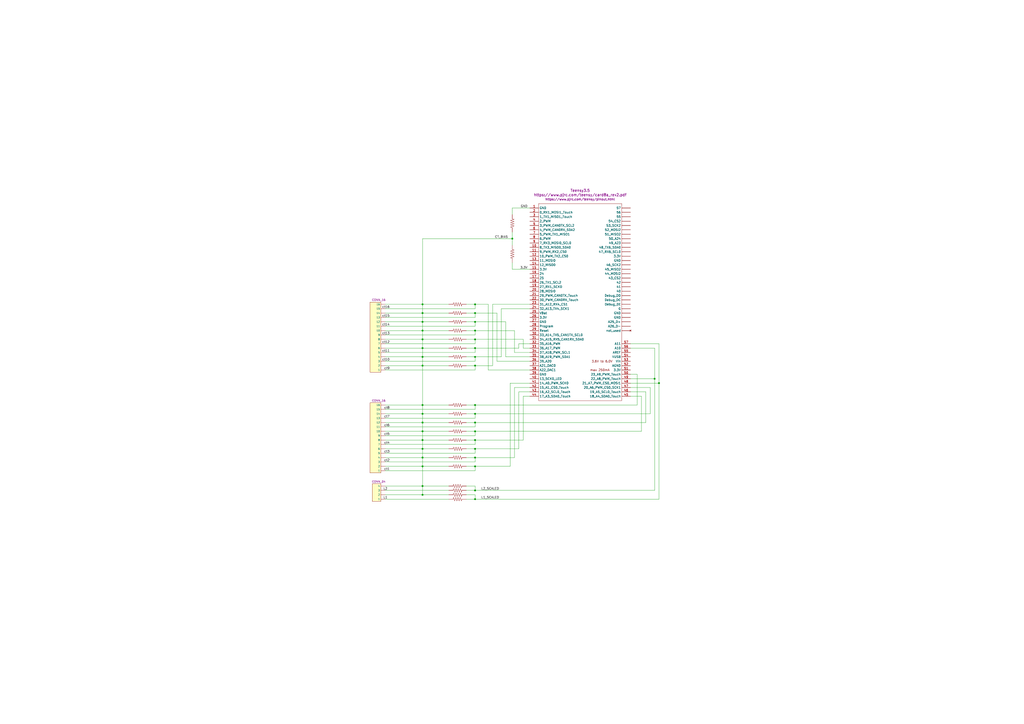
<source format=kicad_sch>
(kicad_sch (version 20200714) (host eeschema "(5.99.0-2302-g1dc804232)")
  (page 1 1)
  (paper "A2")
  (lib_symbols
    (symbol "SparkFun-Connectors:CONN_04" (pin_numbers hide)
      (property "Reference" "J" (at -5.08 10.16 0))
      (property "Value" "CONN_04" (at -5.08 -3.81 0))
      (property "Field4" "CONN-09696" (at 0 13.97 0))
      (symbol "CONN_04_0_1"
        (rectangle (start 0 -1.27) (end -5.08 8.89) (fill (type background)))
      )
      (symbol "CONN_04_1_1"
        (pin passive line (at 2.54 0 180) (length 2.54) (name "1") (number "1"))
        (pin passive line (at 2.54 2.54 180) (length 2.54) (name "2") (number "2"))
        (pin passive line (at 2.54 5.08 180) (length 2.54) (name "3") (number "3"))
        (pin passive line (at 2.54 7.62 180) (length 2.54) (name "4") (number "4"))
      )
    )
    (symbol "SparkFun-Connectors:CONN_16" (pin_numbers hide)
      (property "Reference" "J" (at -6.35 40.64 0))
      (property "Value" "CONN_16" (at -6.35 -3.81 0))
      (property "Field4" "XXX-00000" (at 0 44.45 0))
      (symbol "CONN_16_0_1"
        (rectangle (start 0 -1.27) (end -6.35 39.37) (fill (type background)))
      )
      (symbol "CONN_16_1_1"
        (pin passive line (at 2.54 0 180) (length 2.54) (name "1") (number "1"))
        (pin passive line (at 2.54 2.54 180) (length 2.54) (name "2") (number "2"))
        (pin passive line (at 2.54 5.08 180) (length 2.54) (name "3") (number "3"))
        (pin passive line (at 2.54 7.62 180) (length 2.54) (name "4") (number "4"))
        (pin passive line (at 2.54 10.16 180) (length 2.54) (name "5") (number "5"))
        (pin passive line (at 2.54 12.7 180) (length 2.54) (name "6") (number "6"))
        (pin passive line (at 2.54 15.24 180) (length 2.54) (name "7") (number "7"))
        (pin passive line (at 2.54 17.78 180) (length 2.54) (name "8") (number "8"))
        (pin passive line (at 2.54 20.32 180) (length 2.54) (name "9") (number "9"))
        (pin passive line (at 2.54 22.86 180) (length 2.54) (name "10") (number "10"))
        (pin passive line (at 2.54 25.4 180) (length 2.54) (name "11") (number "11"))
        (pin passive line (at 2.54 27.94 180) (length 2.54) (name "12") (number "12"))
        (pin passive line (at 2.54 30.48 180) (length 2.54) (name "13") (number "13"))
        (pin passive line (at 2.54 33.02 180) (length 2.54) (name "14") (number "14"))
        (pin passive line (at 2.54 35.56 180) (length 2.54) (name "15") (number "15"))
        (pin passive line (at 2.54 38.1 180) (length 2.54) (name "16") (number "16"))
      )
    )
    (symbol "SparkFun-Resistors:RESISTOR0805" (pin_numbers hide) (pin_names hide)
      (property "Reference" "R" (at -5.08 1.27 0))
      (property "Value" "RESISTOR0805" (at -5.08 -3.81 0))
      (property "Field4" " " (at 0 5.08 0))
      (symbol "RESISTOR0805_1_0"
        (polyline (pts (xy -2.54 0) (xy -2.159 1.016)))
        (polyline (pts (xy -2.159 1.016) (xy -1.524 -1.016)))
        (polyline (pts (xy -1.524 -1.016) (xy -0.889 1.016)))
        (polyline (pts (xy -0.889 1.016) (xy -0.254 -1.016)))
        (polyline (pts (xy -0.254 -1.016) (xy 0.381 1.016)))
        (polyline (pts (xy 0.381 1.016) (xy 1.016 -1.016)))
        (polyline (pts (xy 1.016 -1.016) (xy 1.651 1.016)))
        (polyline (pts (xy 1.651 1.016) (xy 2.286 -1.016)))
        (polyline (pts (xy 2.286 -1.016) (xy 2.54 0)))
      )
      (symbol "RESISTOR0805_1_1"
        (pin passive line (at -5.08 0 0) (length 2.54) (name "1") (number "1"))
        (pin passive line (at 5.08 0 180) (length 2.54) (name "2") (number "2"))
      )
    )
    (symbol "teensy:Teensy3.5"
      (property "Reference" "U" (at 0 59.69 0))
      (property "Value" "Teensy3.5" (at 0 -59.69 0))
      (property "Datasheet" "https://www.pjrc.com/teensy/card8a_rev2.pdf" (at 0 62.23 0))
      (property "Pinouts" "https://www.pjrc.com/teensy/pinout.html" (at 0 64.77 0))
      (symbol "Teensy3.5_0_0"
        (text "3.6V to 6.0V" (at 12.7 -34.29 0) (effects (font (size 1.27 1.27))))
        (text "max 250mA" (at 11.43 -39.37 0) (effects (font (size 1.27 1.27))))
      )
      (symbol "Teensy3.5_0_1"
        (rectangle (start -24.13 57.15) (end 24.13 -57.15))
      )
      (symbol "Teensy3.5_1_1"
        (pin power_in line (at -29.21 54.61 0) (length 5.08) (name "GND") (number "1"))
        (pin bidirectional line (at -29.21 31.75 0) (length 5.08) (name "8_TX3_MISO0_SDA0") (number "10"))
        (pin bidirectional line (at -29.21 29.21 0) (length 5.08) (name "9_PWM_RX2_CS0") (number "11"))
        (pin bidirectional line (at -29.21 26.67 0) (length 5.08) (name "10_PWM_TX2_CS0") (number "12"))
        (pin bidirectional line (at -29.21 24.13 0) (length 5.08) (name "11_MOSI0") (number "13"))
        (pin bidirectional line (at -29.21 21.59 0) (length 5.08) (name "12_MISO0") (number "14"))
        (pin power_out line (at -29.21 19.05 0) (length 5.08) (name "3.3V") (number "15"))
        (pin bidirectional line (at -29.21 16.51 0) (length 5.08) (name "24") (number "16"))
        (pin bidirectional line (at -29.21 13.97 0) (length 5.08) (name "25") (number "17"))
        (pin bidirectional line (at -29.21 11.43 0) (length 5.08) (name "26_TX1_SCL2") (number "18"))
        (pin bidirectional line (at -29.21 8.89 0) (length 5.08) (name "27_RX1_SCK0") (number "19"))
        (pin bidirectional line (at -29.21 52.07 0) (length 5.08) (name "0_RX1_MOSI1_Touch") (number "2"))
        (pin bidirectional line (at -29.21 6.35 0) (length 5.08) (name "28_MOSI0") (number "20"))
        (pin bidirectional line (at -29.21 3.81 0) (length 5.08) (name "29_PWM_CAN0TX_Touch") (number "21"))
        (pin bidirectional line (at -29.21 1.27 0) (length 5.08) (name "30_PWM_CAN0RX_Touch") (number "22"))
        (pin bidirectional line (at -29.21 -1.27 0) (length 5.08) (name "31_A12_RX4_CS1") (number "23"))
        (pin bidirectional line (at -29.21 -3.81 0) (length 5.08) (name "32_A13_TX4_SCK1") (number "24"))
        (pin power_in line (at -29.21 -6.35 0) (length 5.08) (name "VBat") (number "25"))
        (pin power_in line (at -29.21 -8.89 0) (length 5.08) (name "3.3V") (number "26"))
        (pin power_in line (at -29.21 -11.43 0) (length 5.08) (name "GND") (number "27"))
        (pin input line (at -29.21 -13.97 0) (length 5.08) (name "Program") (number "28"))
        (pin input line (at -29.21 -16.51 0) (length 5.08) (name "Reset") (number "29"))
        (pin bidirectional line (at -29.21 49.53 0) (length 5.08) (name "1_TX1_MISO1_Touch") (number "3"))
        (pin bidirectional line (at -29.21 -19.05 0) (length 5.08) (name "33_A14_TX5_CAN1TX_SCL0") (number "30"))
        (pin bidirectional line (at -29.21 -21.59 0) (length 5.08) (name "34_A15_RX5_CAN1RX_SDA0") (number "31"))
        (pin bidirectional line (at -29.21 -24.13 0) (length 5.08) (name "35_A16_PWM") (number "32"))
        (pin bidirectional line (at -29.21 -26.67 0) (length 5.08) (name "36_A17_PWM") (number "33"))
        (pin bidirectional line (at -29.21 -29.21 0) (length 5.08) (name "37_A18_PWM_SCL1") (number "34"))
        (pin bidirectional line (at -29.21 -31.75 0) (length 5.08) (name "38_A19_PWM_SDA1") (number "35"))
        (pin bidirectional line (at -29.21 -34.29 0) (length 5.08) (name "39_A20") (number "36"))
        (pin bidirectional line (at -29.21 -36.83 0) (length 5.08) (name "A21_DAC0") (number "37"))
        (pin bidirectional line (at -29.21 -39.37 0) (length 5.08) (name "A22_DAC1") (number "38"))
        (pin power_in line (at -29.21 -41.91 0) (length 5.08) (name "GND") (number "39"))
        (pin bidirectional line (at -29.21 46.99 0) (length 5.08) (name "2_PWM") (number "4"))
        (pin bidirectional line (at -29.21 -44.45 0) (length 5.08) (name "13_SCK0_LED") (number "40"))
        (pin bidirectional line (at -29.21 -46.99 0) (length 5.08) (name "14_A0_PWM_SCK0") (number "41"))
        (pin bidirectional line (at -29.21 -49.53 0) (length 5.08) (name "15_A1_CS0_Touch") (number "42"))
        (pin bidirectional line (at -29.21 -52.07 0) (length 5.08) (name "16_A2_SCL0_Touch") (number "43"))
        (pin bidirectional line (at -29.21 -54.61 0) (length 5.08) (name "17_A3_SDA0_Touch") (number "44"))
        (pin bidirectional line (at 29.21 -54.61 180) (length 5.08) (name "18_A4_SDA0_Touch") (number "45"))
        (pin bidirectional line (at 29.21 -52.07 180) (length 5.08) (name "19_A5_SCL0_Touch") (number "46"))
        (pin bidirectional line (at 29.21 -49.53 180) (length 5.08) (name "20_A6_PWM_CS0_SCK1") (number "47"))
        (pin bidirectional line (at 29.21 -46.99 180) (length 5.08) (name "21_A7_PWM_CS0_MOSI1") (number "48"))
        (pin bidirectional line (at 29.21 -44.45 180) (length 5.08) (name "22_A8_PWM_Touch") (number "49"))
        (pin bidirectional line (at -29.21 44.45 0) (length 5.08) (name "3_PWM_CAN0TX_SCL2") (number "5"))
        (pin bidirectional line (at 29.21 -41.91 180) (length 5.08) (name "23_A9_PWM_Touch") (number "50"))
        (pin power_out line (at 29.21 -39.37 180) (length 5.08) (name "3.3V") (number "51"))
        (pin power_out line (at 29.21 -36.83 180) (length 5.08) (name "AGND") (number "52"))
        (pin power_in line (at 29.21 -34.29 180) (length 5.08) (name "Vin") (number "53"))
        (pin power_in line (at 29.21 -31.75 180) (length 5.08) (name "VUSB") (number "54"))
        (pin input line (at 29.21 -29.21 180) (length 5.08) (name "AREF") (number "55"))
        (pin bidirectional line (at 29.21 -26.67 180) (length 5.08) (name "A10") (number "56"))
        (pin bidirectional line (at 29.21 -24.13 180) (length 5.08) (name "A11") (number "57"))
        (pin bidirectional line (at -29.21 41.91 0) (length 5.08) (name "4_PWM_CAN0RX_SDA2") (number "6"))
        (pin bidirectional line (at -29.21 39.37 0) (length 5.08) (name "5_PWM_TX1_MISO1") (number "7"))
        (pin bidirectional line (at -29.21 36.83 0) (length 5.08) (name "6_PWM") (number "8"))
        (pin bidirectional line (at -29.21 34.29 0) (length 5.08) (name "7_RX3_MOSI0_SCL0") (number "9"))
        (pin power_in line (at 29.21 26.67 180) (length 5.08) (name "3.3V") (number "~"))
        (pin bidirectional line (at 29.21 6.35 180) (length 5.08) (name "40") (number "~"))
        (pin bidirectional line (at 29.21 8.89 180) (length 5.08) (name "41") (number "~"))
        (pin bidirectional line (at 29.21 11.43 180) (length 5.08) (name "42") (number "~"))
        (pin bidirectional line (at 29.21 13.97 180) (length 5.08) (name "43_CS2") (number "~"))
        (pin bidirectional line (at 29.21 16.51 180) (length 5.08) (name "44_MOSI2") (number "~"))
        (pin bidirectional line (at 29.21 19.05 180) (length 5.08) (name "45_MISO2") (number "~"))
        (pin bidirectional line (at 29.21 21.59 180) (length 5.08) (name "46_SCK2") (number "~"))
        (pin bidirectional line (at 29.21 29.21 180) (length 5.08) (name "47_RX6_SCL0") (number "~"))
        (pin bidirectional line (at 29.21 31.75 180) (length 5.08) (name "48_TX6_SDA0") (number "~"))
        (pin bidirectional line (at 29.21 34.29 180) (length 5.08) (name "49_A23") (number "~"))
        (pin bidirectional line (at 29.21 36.83 180) (length 5.08) (name "50_A24") (number "~"))
        (pin bidirectional line (at 29.21 39.37 180) (length 5.08) (name "51_MISO2") (number "~"))
        (pin bidirectional line (at 29.21 41.91 180) (length 5.08) (name "52_MOSI2") (number "~"))
        (pin bidirectional line (at 29.21 44.45 180) (length 5.08) (name "53_SCK2") (number "~"))
        (pin bidirectional line (at 29.21 46.99 180) (length 5.08) (name "54_CS2") (number "~"))
        (pin bidirectional line (at 29.21 49.53 180) (length 5.08) (name "55") (number "~"))
        (pin bidirectional line (at 29.21 52.07 180) (length 5.08) (name "56") (number "~"))
        (pin bidirectional line (at 29.21 54.61 180) (length 5.08) (name "57") (number "~"))
        (pin bidirectional line (at 29.21 -11.43 180) (length 5.08) (name "A25_D+") (number "~"))
        (pin bidirectional line (at 29.21 -13.97 180) (length 5.08) (name "A26_D-") (number "~"))
        (pin input line (at 29.21 1.27 180) (length 5.08) (name "Debug_DC") (number "~"))
        (pin input line (at 29.21 3.81 180) (length 5.08) (name "Debug_DD") (number "~"))
        (pin input line (at 29.21 -1.27 180) (length 5.08) (name "Debug_DE") (number "~"))
        (pin power_in line (at 29.21 -3.81 180) (length 5.08) (name "G") (number "~"))
        (pin power_in line (at 29.21 -8.89 180) (length 5.08) (name "GND") (number "~"))
        (pin power_in line (at 29.21 -6.35 180) (length 5.08) (name "GND") (number "~"))
        (pin power_in line (at 29.21 24.13 180) (length 5.08) (name "GND") (number "~"))
        (pin unconnected line (at 29.21 -16.51 180) (length 5.08) (name "not_used") (number "~"))
      )
    )
  )
  (junction (at 245.11 176.53))
  (junction (at 245.11 181.61))
  (junction (at 245.11 186.69))
  (junction (at 245.11 191.77))
  (junction (at 245.11 196.85))
  (junction (at 245.11 201.93))
  (junction (at 245.11 207.01))
  (junction (at 245.11 212.09))
  (junction (at 245.11 234.95))
  (junction (at 245.11 240.03))
  (junction (at 245.11 245.11))
  (junction (at 245.11 250.19))
  (junction (at 245.11 255.27))
  (junction (at 245.11 260.35))
  (junction (at 245.11 265.43))
  (junction (at 245.11 270.51))
  (junction (at 245.11 281.94))
  (junction (at 245.11 287.02))
  (junction (at 275.59 176.53))
  (junction (at 275.59 181.61))
  (junction (at 275.59 186.69))
  (junction (at 275.59 191.77))
  (junction (at 275.59 196.85))
  (junction (at 275.59 201.93))
  (junction (at 275.59 207.01))
  (junction (at 275.59 212.09))
  (junction (at 275.59 234.95))
  (junction (at 275.59 240.03))
  (junction (at 275.59 245.11))
  (junction (at 275.59 250.19))
  (junction (at 275.59 255.27))
  (junction (at 275.59 260.35))
  (junction (at 275.59 265.43))
  (junction (at 275.59 270.51))
  (junction (at 275.59 284.48))
  (junction (at 275.59 289.56))
  (junction (at 297.18 138.43))
  (junction (at 379.73 219.71))
  (junction (at 382.27 222.25))
  (wire (pts (xy 223.52 179.07) (xy 275.59 179.07)))
  (wire (pts (xy 223.52 181.61) (xy 245.11 181.61)))
  (wire (pts (xy 223.52 184.15) (xy 275.59 184.15)))
  (wire (pts (xy 223.52 186.69) (xy 245.11 186.69)))
  (wire (pts (xy 223.52 189.23) (xy 275.59 189.23)))
  (wire (pts (xy 223.52 191.77) (xy 245.11 191.77)))
  (wire (pts (xy 223.52 194.31) (xy 275.59 194.31)))
  (wire (pts (xy 223.52 196.85) (xy 245.11 196.85)))
  (wire (pts (xy 223.52 199.39) (xy 275.59 199.39)))
  (wire (pts (xy 223.52 201.93) (xy 245.11 201.93)))
  (wire (pts (xy 223.52 204.47) (xy 275.59 204.47)))
  (wire (pts (xy 223.52 207.01) (xy 245.11 207.01)))
  (wire (pts (xy 223.52 212.09) (xy 245.11 212.09)))
  (wire (pts (xy 223.52 234.95) (xy 245.11 234.95)))
  (wire (pts (xy 223.52 240.03) (xy 245.11 240.03)))
  (wire (pts (xy 223.52 245.11) (xy 245.11 245.11)))
  (wire (pts (xy 223.52 250.19) (xy 245.11 250.19)))
  (wire (pts (xy 223.52 255.27) (xy 245.11 255.27)))
  (wire (pts (xy 223.52 260.35) (xy 245.11 260.35)))
  (wire (pts (xy 223.52 265.43) (xy 245.11 265.43)))
  (wire (pts (xy 223.52 270.51) (xy 245.11 270.51)))
  (wire (pts (xy 223.52 284.48) (xy 260.35 284.48)))
  (wire (pts (xy 223.52 287.02) (xy 245.11 287.02)))
  (wire (pts (xy 223.52 289.56) (xy 260.35 289.56)))
  (wire (pts (xy 245.11 138.43) (xy 245.11 176.53)))
  (wire (pts (xy 245.11 138.43) (xy 297.18 138.43)))
  (wire (pts (xy 245.11 176.53) (xy 223.52 176.53)))
  (wire (pts (xy 245.11 176.53) (xy 245.11 181.61)))
  (wire (pts (xy 245.11 176.53) (xy 260.35 176.53)))
  (wire (pts (xy 245.11 181.61) (xy 245.11 186.69)))
  (wire (pts (xy 245.11 181.61) (xy 260.35 181.61)))
  (wire (pts (xy 245.11 186.69) (xy 245.11 191.77)))
  (wire (pts (xy 245.11 186.69) (xy 260.35 186.69)))
  (wire (pts (xy 245.11 191.77) (xy 245.11 196.85)))
  (wire (pts (xy 245.11 191.77) (xy 260.35 191.77)))
  (wire (pts (xy 245.11 196.85) (xy 245.11 201.93)))
  (wire (pts (xy 245.11 196.85) (xy 260.35 196.85)))
  (wire (pts (xy 245.11 201.93) (xy 245.11 207.01)))
  (wire (pts (xy 245.11 201.93) (xy 260.35 201.93)))
  (wire (pts (xy 245.11 207.01) (xy 245.11 212.09)))
  (wire (pts (xy 245.11 207.01) (xy 260.35 207.01)))
  (wire (pts (xy 245.11 212.09) (xy 245.11 234.95)))
  (wire (pts (xy 245.11 212.09) (xy 260.35 212.09)))
  (wire (pts (xy 245.11 234.95) (xy 245.11 240.03)))
  (wire (pts (xy 245.11 234.95) (xy 260.35 234.95)))
  (wire (pts (xy 245.11 240.03) (xy 245.11 245.11)))
  (wire (pts (xy 245.11 240.03) (xy 260.35 240.03)))
  (wire (pts (xy 245.11 245.11) (xy 245.11 250.19)))
  (wire (pts (xy 245.11 245.11) (xy 260.35 245.11)))
  (wire (pts (xy 245.11 250.19) (xy 245.11 255.27)))
  (wire (pts (xy 245.11 250.19) (xy 260.35 250.19)))
  (wire (pts (xy 245.11 255.27) (xy 245.11 260.35)))
  (wire (pts (xy 245.11 255.27) (xy 260.35 255.27)))
  (wire (pts (xy 245.11 260.35) (xy 245.11 265.43)))
  (wire (pts (xy 245.11 260.35) (xy 260.35 260.35)))
  (wire (pts (xy 245.11 265.43) (xy 245.11 270.51)))
  (wire (pts (xy 245.11 265.43) (xy 260.35 265.43)))
  (wire (pts (xy 245.11 270.51) (xy 245.11 281.94)))
  (wire (pts (xy 245.11 270.51) (xy 260.35 270.51)))
  (wire (pts (xy 245.11 281.94) (xy 223.52 281.94)))
  (wire (pts (xy 245.11 281.94) (xy 260.35 281.94)))
  (wire (pts (xy 245.11 287.02) (xy 245.11 281.94)))
  (wire (pts (xy 245.11 287.02) (xy 260.35 287.02)))
  (wire (pts (xy 270.51 176.53) (xy 275.59 176.53)))
  (wire (pts (xy 270.51 181.61) (xy 275.59 181.61)))
  (wire (pts (xy 270.51 186.69) (xy 275.59 186.69)))
  (wire (pts (xy 270.51 207.01) (xy 275.59 207.01)))
  (wire (pts (xy 270.51 212.09) (xy 275.59 212.09)))
  (wire (pts (xy 270.51 234.95) (xy 275.59 234.95)))
  (wire (pts (xy 270.51 240.03) (xy 275.59 240.03)))
  (wire (pts (xy 270.51 245.11) (xy 275.59 245.11)))
  (wire (pts (xy 270.51 250.19) (xy 275.59 250.19)))
  (wire (pts (xy 270.51 255.27) (xy 275.59 255.27)))
  (wire (pts (xy 270.51 260.35) (xy 275.59 260.35)))
  (wire (pts (xy 270.51 265.43) (xy 275.59 265.43)))
  (wire (pts (xy 270.51 270.51) (xy 275.59 270.51)))
  (wire (pts (xy 270.51 281.94) (xy 275.59 281.94)))
  (wire (pts (xy 270.51 284.48) (xy 275.59 284.48)))
  (wire (pts (xy 275.59 176.53) (xy 275.59 179.07)))
  (wire (pts (xy 275.59 181.61) (xy 288.29 181.61)))
  (wire (pts (xy 275.59 184.15) (xy 275.59 181.61)))
  (wire (pts (xy 275.59 186.69) (xy 293.37 186.69)))
  (wire (pts (xy 275.59 189.23) (xy 275.59 186.69)))
  (wire (pts (xy 275.59 191.77) (xy 270.51 191.77)))
  (wire (pts (xy 275.59 194.31) (xy 275.59 191.77)))
  (wire (pts (xy 275.59 196.85) (xy 270.51 196.85)))
  (wire (pts (xy 275.59 196.85) (xy 303.53 196.85)))
  (wire (pts (xy 275.59 199.39) (xy 275.59 196.85)))
  (wire (pts (xy 275.59 201.93) (xy 270.51 201.93)))
  (wire (pts (xy 275.59 204.47) (xy 275.59 201.93)))
  (wire (pts (xy 275.59 207.01) (xy 275.59 209.55)))
  (wire (pts (xy 275.59 207.01) (xy 290.83 207.01)))
  (wire (pts (xy 275.59 209.55) (xy 223.52 209.55)))
  (wire (pts (xy 275.59 212.09) (xy 275.59 214.63)))
  (wire (pts (xy 275.59 212.09) (xy 285.75 212.09)))
  (wire (pts (xy 275.59 214.63) (xy 223.52 214.63)))
  (wire (pts (xy 275.59 234.95) (xy 275.59 237.49)))
  (wire (pts (xy 275.59 234.95) (xy 369.57 234.95)))
  (wire (pts (xy 275.59 237.49) (xy 223.52 237.49)))
  (wire (pts (xy 275.59 240.03) (xy 275.59 242.57)))
  (wire (pts (xy 275.59 242.57) (xy 223.52 242.57)))
  (wire (pts (xy 275.59 245.11) (xy 275.59 247.65)))
  (wire (pts (xy 275.59 247.65) (xy 223.52 247.65)))
  (wire (pts (xy 275.59 250.19) (xy 275.59 252.73)))
  (wire (pts (xy 275.59 252.73) (xy 223.52 252.73)))
  (wire (pts (xy 275.59 255.27) (xy 275.59 257.81)))
  (wire (pts (xy 275.59 255.27) (xy 303.53 255.27)))
  (wire (pts (xy 275.59 257.81) (xy 223.52 257.81)))
  (wire (pts (xy 275.59 260.35) (xy 275.59 262.89)))
  (wire (pts (xy 275.59 262.89) (xy 223.52 262.89)))
  (wire (pts (xy 275.59 265.43) (xy 275.59 267.97)))
  (wire (pts (xy 275.59 267.97) (xy 223.52 267.97)))
  (wire (pts (xy 275.59 270.51) (xy 275.59 273.05)))
  (wire (pts (xy 275.59 273.05) (xy 223.52 273.05)))
  (wire (pts (xy 275.59 281.94) (xy 275.59 284.48)))
  (wire (pts (xy 275.59 284.48) (xy 379.73 284.48)))
  (wire (pts (xy 275.59 287.02) (xy 270.51 287.02)))
  (wire (pts (xy 275.59 287.02) (xy 275.59 289.56)))
  (wire (pts (xy 275.59 289.56) (xy 270.51 289.56)))
  (wire (pts (xy 283.21 176.53) (xy 275.59 176.53)))
  (wire (pts (xy 283.21 176.53) (xy 283.21 214.63)))
  (wire (pts (xy 285.75 176.53) (xy 285.75 212.09)))
  (wire (pts (xy 288.29 209.55) (xy 288.29 181.61)))
  (wire (pts (xy 290.83 179.07) (xy 290.83 207.01)))
  (wire (pts (xy 293.37 186.69) (xy 293.37 207.01)))
  (wire (pts (xy 293.37 207.01) (xy 307.34 207.01)))
  (wire (pts (xy 295.91 222.25) (xy 295.91 270.51)))
  (wire (pts (xy 295.91 270.51) (xy 275.59 270.51)))
  (wire (pts (xy 297.18 120.65) (xy 307.34 120.65)))
  (wire (pts (xy 297.18 124.46) (xy 297.18 120.65)))
  (wire (pts (xy 297.18 138.43) (xy 297.18 134.62)))
  (wire (pts (xy 297.18 142.24) (xy 297.18 138.43)))
  (wire (pts (xy 297.18 156.21) (xy 297.18 152.4)))
  (wire (pts (xy 297.18 156.21) (xy 307.34 156.21)))
  (wire (pts (xy 298.45 191.77) (xy 275.59 191.77)))
  (wire (pts (xy 298.45 191.77) (xy 298.45 204.47)))
  (wire (pts (xy 298.45 204.47) (xy 307.34 204.47)))
  (wire (pts (xy 298.45 224.79) (xy 298.45 265.43)))
  (wire (pts (xy 298.45 265.43) (xy 275.59 265.43)))
  (wire (pts (xy 300.99 199.39) (xy 300.99 201.93)))
  (wire (pts (xy 300.99 201.93) (xy 275.59 201.93)))
  (wire (pts (xy 300.99 227.33) (xy 300.99 260.35)))
  (wire (pts (xy 300.99 227.33) (xy 307.34 227.33)))
  (wire (pts (xy 300.99 260.35) (xy 275.59 260.35)))
  (wire (pts (xy 303.53 196.85) (xy 303.53 201.93)))
  (wire (pts (xy 303.53 201.93) (xy 307.34 201.93)))
  (wire (pts (xy 303.53 229.87) (xy 307.34 229.87)))
  (wire (pts (xy 303.53 255.27) (xy 303.53 229.87)))
  (wire (pts (xy 307.34 176.53) (xy 285.75 176.53)))
  (wire (pts (xy 307.34 179.07) (xy 290.83 179.07)))
  (wire (pts (xy 307.34 199.39) (xy 300.99 199.39)))
  (wire (pts (xy 307.34 209.55) (xy 288.29 209.55)))
  (wire (pts (xy 307.34 214.63) (xy 283.21 214.63)))
  (wire (pts (xy 307.34 222.25) (xy 295.91 222.25)))
  (wire (pts (xy 307.34 224.79) (xy 298.45 224.79)))
  (wire (pts (xy 365.76 199.39) (xy 382.27 199.39)))
  (wire (pts (xy 365.76 201.93) (xy 379.73 201.93)))
  (wire (pts (xy 365.76 217.17) (xy 369.57 217.17)))
  (wire (pts (xy 365.76 219.71) (xy 379.73 219.71)))
  (wire (pts (xy 365.76 222.25) (xy 382.27 222.25)))
  (wire (pts (xy 369.57 217.17) (xy 369.57 234.95)))
  (wire (pts (xy 372.11 229.87) (xy 365.76 229.87)))
  (wire (pts (xy 372.11 250.19) (xy 275.59 250.19)))
  (wire (pts (xy 372.11 250.19) (xy 372.11 229.87)))
  (wire (pts (xy 374.65 227.33) (xy 365.76 227.33)))
  (wire (pts (xy 374.65 245.11) (xy 275.59 245.11)))
  (wire (pts (xy 374.65 245.11) (xy 374.65 227.33)))
  (wire (pts (xy 377.19 224.79) (xy 365.76 224.79)))
  (wire (pts (xy 377.19 240.03) (xy 275.59 240.03)))
  (wire (pts (xy 377.19 240.03) (xy 377.19 224.79)))
  (wire (pts (xy 379.73 201.93) (xy 379.73 219.71)))
  (wire (pts (xy 379.73 219.71) (xy 379.73 284.48)))
  (wire (pts (xy 382.27 199.39) (xy 382.27 222.25)))
  (wire (pts (xy 382.27 222.25) (xy 382.27 289.56)))
  (wire (pts (xy 382.27 289.56) (xy 275.59 289.56)))
  (label "L2" (at 224.79 284.48 180))
  (label "L1" (at 224.79 289.56 180))
  (label "ct16" (at 226.06 179.07 180))
  (label "ct15" (at 226.06 184.15 180))
  (label "ct14" (at 226.06 189.23 180))
  (label "ct13" (at 226.06 194.31 180))
  (label "ct12" (at 226.06 199.39 180))
  (label "ct11" (at 226.06 204.47 180))
  (label "ct10" (at 226.06 209.55 180))
  (label "ct9" (at 226.06 214.63 180))
  (label "ct8" (at 226.06 237.49 180))
  (label "ct7" (at 226.06 242.57 180))
  (label "ct6" (at 226.06 247.65 180))
  (label "ct5" (at 226.06 252.73 180))
  (label "ct4" (at 226.06 257.81 180))
  (label "ct3" (at 226.06 262.89 180))
  (label "ct2" (at 226.06 267.97 180))
  (label "ct1" (at 226.06 273.05 180))
  (label "L2_SCALED" (at 289.56 284.48 180))
  (label "L1_SCALED" (at 289.56 289.56 180))
  (label "CT_BIAS" (at 294.64 138.43 180))
  (label "GND" (at 306.07 120.65 180))
  (label "3.3V" (at 306.07 156.21 180))
  (symbol (lib_id "SparkFun-Resistors:RESISTOR0805") (at 265.43 176.53 0) (unit 1)
    (property "Reference" "R1" (effects hide))
    (property "Footprint" "0805" (effects hide))
    (property "Field4" " " (at 265.43 172.72 0) (effects (font (size 1.524 1.524))))
    (property "Footprint" "Resistors:AXIAL-0.3" (effects hide))
    (property "Value" "RESISTORAXIAL-0.3" (effects hide))
  )
  (symbol (lib_id "SparkFun-Resistors:RESISTOR0805") (at 265.43 181.61 0) (unit 1)
    (property "Reference" "R9" (effects hide))
    (property "Footprint" "0805" (effects hide))
    (property "Field4" " " (at 265.43 177.8 0) (effects (font (size 1.524 1.524))))
    (property "Footprint" "Resistors:AXIAL-0.3" (effects hide))
    (property "Value" "RESISTORAXIAL-0.3" (effects hide))
  )
  (symbol (lib_id "SparkFun-Resistors:RESISTOR0805") (at 265.43 186.69 0) (unit 1)
    (property "Reference" "R2" (effects hide))
    (property "Footprint" "0805" (effects hide))
    (property "Field4" " " (at 265.43 182.88 0) (effects (font (size 1.524 1.524))))
    (property "Footprint" "Resistors:AXIAL-0.3" (effects hide))
    (property "Value" "RESISTORAXIAL-0.3" (effects hide))
  )
  (symbol (lib_id "SparkFun-Resistors:RESISTOR0805") (at 265.43 191.77 0) (unit 1)
    (property "Reference" "R10" (effects hide))
    (property "Footprint" "0805" (effects hide))
    (property "Field4" " " (at 265.43 187.96 0) (effects (font (size 1.524 1.524))))
    (property "Footprint" "Resistors:AXIAL-0.3" (effects hide))
    (property "Value" "RESISTORAXIAL-0.3" (effects hide))
  )
  (symbol (lib_id "SparkFun-Resistors:RESISTOR0805") (at 265.43 196.85 0) (unit 1)
    (property "Reference" "R3" (effects hide))
    (property "Footprint" "0805" (effects hide))
    (property "Field4" " " (at 265.43 193.04 0) (effects (font (size 1.524 1.524))))
    (property "Footprint" "Resistors:AXIAL-0.3" (effects hide))
    (property "Value" "RESISTORAXIAL-0.3" (effects hide))
  )
  (symbol (lib_id "SparkFun-Resistors:RESISTOR0805") (at 265.43 201.93 0) (unit 1)
    (property "Reference" "R11" (effects hide))
    (property "Footprint" "0805" (effects hide))
    (property "Field4" " " (at 265.43 198.12 0) (effects (font (size 1.524 1.524))))
    (property "Footprint" "Resistors:AXIAL-0.3" (effects hide))
    (property "Value" "RESISTORAXIAL-0.3" (effects hide))
  )
  (symbol (lib_id "SparkFun-Resistors:RESISTOR0805") (at 265.43 207.01 0) (unit 1)
    (property "Reference" "R4" (effects hide))
    (property "Footprint" "0805" (effects hide))
    (property "Field4" " " (at 265.43 203.2 0) (effects (font (size 1.524 1.524))))
    (property "Footprint" "Resistors:AXIAL-0.3" (effects hide))
    (property "Value" "RESISTORAXIAL-0.3" (effects hide))
  )
  (symbol (lib_id "SparkFun-Resistors:RESISTOR0805") (at 265.43 212.09 0) (unit 1)
    (property "Reference" "R12" (effects hide))
    (property "Footprint" "0805" (effects hide))
    (property "Field4" " " (at 265.43 208.28 0) (effects (font (size 1.524 1.524))))
    (property "Footprint" "Resistors:AXIAL-0.3" (effects hide))
    (property "Value" "RESISTORAXIAL-0.3" (effects hide))
  )
  (symbol (lib_id "SparkFun-Resistors:RESISTOR0805") (at 265.43 234.95 0) (unit 1)
    (property "Reference" "R5" (effects hide))
    (property "Footprint" "0805" (effects hide))
    (property "Field4" " " (at 265.43 231.14 0) (effects (font (size 1.524 1.524))))
    (property "Footprint" "Resistors:AXIAL-0.3" (effects hide))
    (property "Value" "RESISTORAXIAL-0.3" (effects hide))
  )
  (symbol (lib_id "SparkFun-Resistors:RESISTOR0805") (at 265.43 240.03 0) (unit 1)
    (property "Reference" "R13" (effects hide))
    (property "Footprint" "0805" (effects hide))
    (property "Field4" " " (at 265.43 236.22 0) (effects (font (size 1.524 1.524))))
    (property "Footprint" "Resistors:AXIAL-0.3" (effects hide))
    (property "Value" "RESISTORAXIAL-0.3" (effects hide))
  )
  (symbol (lib_id "SparkFun-Resistors:RESISTOR0805") (at 265.43 245.11 0) (unit 1)
    (property "Reference" "R6" (effects hide))
    (property "Footprint" "0805" (effects hide))
    (property "Field4" " " (at 265.43 241.3 0) (effects (font (size 1.524 1.524))))
    (property "Footprint" "Resistors:AXIAL-0.3" (effects hide))
    (property "Value" "RESISTORAXIAL-0.3" (effects hide))
  )
  (symbol (lib_id "SparkFun-Resistors:RESISTOR0805") (at 265.43 250.19 0) (unit 1)
    (property "Reference" "R14" (effects hide))
    (property "Footprint" "0805" (effects hide))
    (property "Field4" " " (at 265.43 246.38 0) (effects (font (size 1.524 1.524))))
    (property "Footprint" "Resistors:AXIAL-0.3" (effects hide))
    (property "Value" "RESISTORAXIAL-0.3" (effects hide))
  )
  (symbol (lib_id "SparkFun-Resistors:RESISTOR0805") (at 265.43 255.27 0) (unit 1)
    (property "Reference" "R7" (effects hide))
    (property "Footprint" "0805" (effects hide))
    (property "Field4" " " (at 265.43 251.46 0) (effects (font (size 1.524 1.524))))
    (property "Footprint" "Resistors:AXIAL-0.3" (effects hide))
    (property "Value" "RESISTORAXIAL-0.3" (effects hide))
  )
  (symbol (lib_id "SparkFun-Resistors:RESISTOR0805") (at 265.43 260.35 0) (unit 1)
    (property "Reference" "R15" (effects hide))
    (property "Footprint" "0805" (effects hide))
    (property "Field4" " " (at 265.43 256.54 0) (effects (font (size 1.524 1.524))))
    (property "Footprint" "Resistors:AXIAL-0.3" (effects hide))
    (property "Value" "RESISTORAXIAL-0.3" (effects hide))
  )
  (symbol (lib_id "SparkFun-Resistors:RESISTOR0805") (at 265.43 265.43 0) (unit 1)
    (property "Reference" "R8" (effects hide))
    (property "Footprint" "0805" (effects hide))
    (property "Field4" " " (at 265.43 261.62 0) (effects (font (size 1.524 1.524))))
    (property "Footprint" "Resistors:AXIAL-0.3" (effects hide))
    (property "Value" "RESISTORAXIAL-0.3" (effects hide))
  )
  (symbol (lib_id "SparkFun-Resistors:RESISTOR0805") (at 265.43 270.51 0) (unit 1)
    (property "Reference" "R16" (effects hide))
    (property "Footprint" "0805" (effects hide))
    (property "Field4" " " (at 265.43 266.7 0) (effects (font (size 1.524 1.524))))
    (property "Footprint" "Resistors:AXIAL-0.3" (effects hide))
    (property "Value" "RESISTORAXIAL-0.3" (effects hide))
  )
  (symbol (lib_id "SparkFun-Resistors:RESISTOR0805") (at 265.43 281.94 180) (unit 1)
    (property "Reference" "R20" (effects hide))
    (property "Footprint" "0805" (effects hide))
    (property "Field4" " " (at 265.43 285.75 0) (effects (font (size 1.524 1.524))))
    (property "Footprint" "Resistors:AXIAL-0.3" (effects hide))
    (property "Value" "RESISTORAXIAL-0.3" (effects hide))
  )
  (symbol (lib_id "SparkFun-Resistors:RESISTOR0805") (at 265.43 284.48 0) (unit 1)
    (property "Reference" "R19" (effects hide))
    (property "Footprint" "0805" (effects hide))
    (property "Field4" " " (at 265.43 280.67 0) (effects (font (size 1.524 1.524))))
    (property "Footprint" "Resistors:AXIAL-0.3" (effects hide))
    (property "Value" "RESISTORAXIAL-0.3" (effects hide))
  )
  (symbol (lib_id "SparkFun-Resistors:RESISTOR0805") (at 265.43 287.02 0) (unit 1)
    (property "Reference" "R21" (effects hide))
    (property "Footprint" "0805" (effects hide))
    (property "Field4" " " (at 265.43 283.21 0) (effects (font (size 1.524 1.524))))
    (property "Footprint" "Resistors:AXIAL-0.3" (effects hide))
    (property "Value" "RESISTORAXIAL-0.3" (effects hide))
  )
  (symbol (lib_id "SparkFun-Resistors:RESISTOR0805") (at 265.43 289.56 180) (unit 1)
    (property "Reference" "R22" (effects hide))
    (property "Footprint" "0805" (effects hide))
    (property "Field4" " " (at 265.43 293.37 0) (effects (font (size 1.524 1.524))))
    (property "Footprint" "Resistors:AXIAL-0.3" (effects hide))
    (property "Value" "RESISTORAXIAL-0.3" (effects hide))
  )
  (symbol (lib_id "SparkFun-Resistors:RESISTOR0805") (at 297.18 129.54 90) (unit 1)
    (property "Reference" "R18" (effects hide))
    (property "Footprint" "0805" (effects hide))
    (property "Field4" " " (at 308.61 127 0) (effects (font (size 1.524 1.524))))
    (property "Footprint" "Resistors:AXIAL-0.3" (effects hide))
    (property "Value" "RESISTORAXIAL-0.3" (effects hide))
  )
  (symbol (lib_id "SparkFun-Resistors:RESISTOR0805") (at 297.18 147.32 90) (unit 1)
    (property "Reference" "R17" (effects hide))
    (property "Footprint" "0805" (effects hide))
    (property "Field4" " " (at 293.37 147.32 0) (effects (font (size 1.524 1.524))))
    (property "Footprint" "Resistors:AXIAL-0.3" (effects hide))
    (property "Value" "RESISTORAXIAL-0.3" (effects hide))
  )
  (symbol (lib_id "SparkFun-Connectors:CONN_04") (at 220.98 289.56 0) (unit 1)
    (property "Reference" "J3" (effects hide))
    (property "Value" "CONN_04" (effects hide))
    (property "Footprint" "Connectors:1X04" (effects hide))
    (property "Field4" "CONN-09696" (effects hide))
    (property "Footprint" "Connectors:1X04" (effects hide))
    (property "Value" "CONN_04" (at 219.71 279.4 0) (effects (font (size 1.143 1.143))))
  )
  (symbol (lib_id "SparkFun-Connectors:CONN_16") (at 220.98 214.63 0) (unit 1)
    (property "Reference" "J1" (effects hide))
    (property "Value" "CONN_16" (effects hide))
    (property "Footprint" "Connectors:1X16" (effects hide))
    (property "Field4" "XXX-00000" (effects hide))
    (property "Footprint" "Connectors:1X16" (effects hide))
    (property "Value" "CONN_16" (at 219.71 173.99 0) (effects (font (size 1.143 1.143))))
  )
  (symbol (lib_id "SparkFun-Connectors:CONN_16") (at 220.98 273.05 0) (unit 1)
    (property "Reference" "J2" (effects hide))
    (property "Value" "CONN_16" (effects hide))
    (property "Footprint" "Connectors:1X16" (effects hide))
    (property "Field4" "XXX-00000" (effects hide))
    (property "Footprint" "Connectors:1X16" (effects hide))
    (property "Value" "CONN_16" (at 219.71 232.41 0) (effects (font (size 1.143 1.143))))
  )
  (symbol (lib_id "teensy:Teensy3.5") (at 336.55 175.26 0) (unit 1)
    (property "Reference" "U1" (effects hide))
    (property "Value" "Teensy3.5" (effects hide))
    (property "Footprint" "teensy:Teensy35_36" (effects hide))
    (property "Pinouts" "https://www.pjrc.com/teensy/pinout.html" (at 336.55 115.57 0))
    (property "Footprint" "teensy:Teensy35_36" (effects hide))
    (property "Datasheet" "https://www.pjrc.com/teensy/card8a_rev2.pdf" (at 336.55 113.03 0) (effects (font (size 1.524 1.524))))
    (property "Value" "Teensy3.5" (at 336.55 110.49 0) (effects (font (size 1.524 1.524))))
  )
)
</source>
